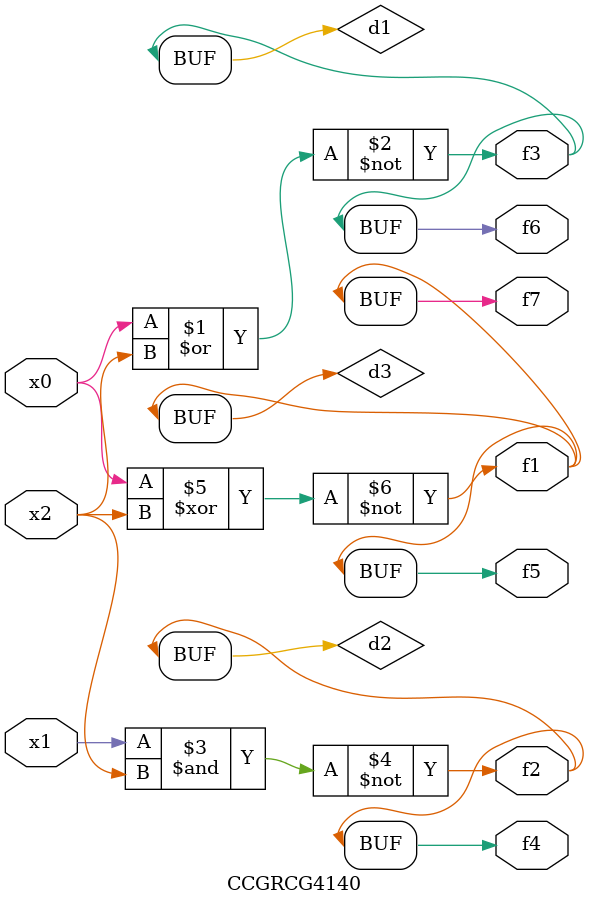
<source format=v>
module CCGRCG4140(
	input x0, x1, x2,
	output f1, f2, f3, f4, f5, f6, f7
);

	wire d1, d2, d3;

	nor (d1, x0, x2);
	nand (d2, x1, x2);
	xnor (d3, x0, x2);
	assign f1 = d3;
	assign f2 = d2;
	assign f3 = d1;
	assign f4 = d2;
	assign f5 = d3;
	assign f6 = d1;
	assign f7 = d3;
endmodule

</source>
